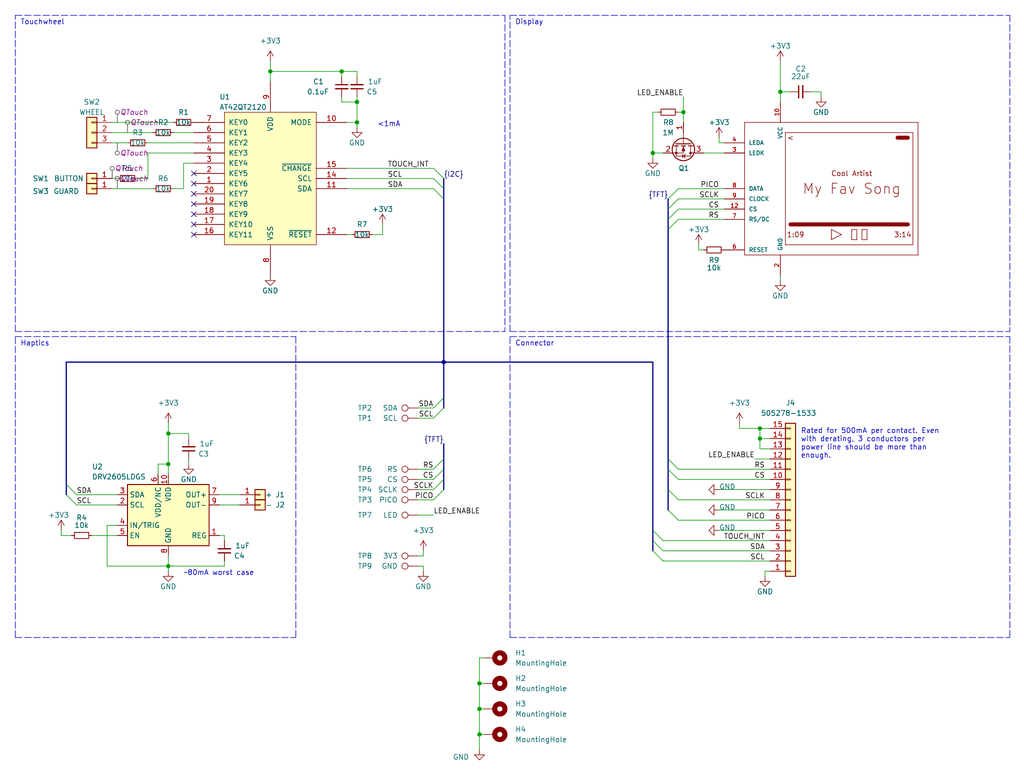
<source format=kicad_sch>
(kicad_sch (version 20231120) (generator "eeschema") (generator_version "8.0")
  (paper "User" 254.991 194.996)
  (title_block (title "TANGARA") (date "2023-12-21") (company "made by jacqueline") (comment 1 "SPDX-License-Identifier: CERN-OHL-S-2.0"))
  (lib_symbols
    (symbol "Connector:TestPoint" (pin_numbers hide) (pin_names (offset 0.762) hide)
      (property "Reference" "TP" (at 0 6.858 0))
      (property "Value" "TestPoint" (at 0 5.08 0))
      (symbol "TestPoint_0_1"
        (circle (center 0 3.302) (radius 0.762))
      )
      (symbol "TestPoint_1_1"
        (pin passive line (at 0 0 90) (length 2.54) (name "1") (number "1"))
      )
    )
    (symbol "Connector_Generic:Conn_01x01" (pin_names (offset 1.016) hide)
      (property "Reference" "J" (at 0 2.54 0))
      (property "Value" "Conn_01x01" (at 0 -2.54 0))
      (symbol "Conn_01x01_1_1"
        (rectangle (start -1.27 0.127) (end 0 -0.127) (stroke (width 0.1524)))
        (rectangle (start -1.27 1.27) (end 1.27 -1.27) (stroke (width 0.254)) (fill (type background)))
        (pin passive line (at -5.08 0 0) (length 3.81) (name "Pin_1") (number "1"))
      )
    )
    (symbol "Connector_Generic:Conn_01x03" (pin_names (offset 1.016) hide)
      (property "Reference" "J" (at 0 5.08 0))
      (property "Value" "Conn_01x03" (at 0 -5.08 0))
      (symbol "Conn_01x03_1_1"
        (rectangle (start -1.27 -2.413) (end 0 -2.667) (stroke (width 0.1524)))
        (rectangle (start -1.27 0.127) (end 0 -0.127) (stroke (width 0.1524)))
        (rectangle (start -1.27 2.667) (end 0 2.413) (stroke (width 0.1524)))
        (rectangle (start -1.27 3.81) (end 1.27 -3.81) (stroke (width 0.254)) (fill (type background)))
        (pin passive line (at -5.08 2.54 0) (length 3.81) (name "Pin_1") (number "1"))
        (pin passive line (at -5.08 0 0) (length 3.81) (name "Pin_2") (number "2"))
        (pin passive line (at -5.08 -2.54 0) (length 3.81) (name "Pin_3") (number "3"))
      )
    )
    (symbol "Connector_Generic:Conn_01x15" (pin_names (offset 1.016) hide)
      (property "Reference" "J" (at 0 20.32 0))
      (property "Value" "Conn_01x15" (at 0 -20.32 0))
      (symbol "Conn_01x15_1_1"
        (rectangle (start -1.27 -17.653) (end 0 -17.907) (stroke (width 0.1524)))
        (rectangle (start -1.27 -15.113) (end 0 -15.367) (stroke (width 0.1524)))
        (rectangle (start -1.27 -12.573) (end 0 -12.827) (stroke (width 0.1524)))
        (rectangle (start -1.27 -10.033) (end 0 -10.287) (stroke (width 0.1524)))
        (rectangle (start -1.27 -7.493) (end 0 -7.747) (stroke (width 0.1524)))
        (rectangle (start -1.27 -4.953) (end 0 -5.207) (stroke (width 0.1524)))
        (rectangle (start -1.27 -2.413) (end 0 -2.667) (stroke (width 0.1524)))
        (rectangle (start -1.27 0.127) (end 0 -0.127) (stroke (width 0.1524)))
        (rectangle (start -1.27 2.667) (end 0 2.413) (stroke (width 0.1524)))
        (rectangle (start -1.27 5.207) (end 0 4.953) (stroke (width 0.1524)))
        (rectangle (start -1.27 7.747) (end 0 7.493) (stroke (width 0.1524)))
        (rectangle (start -1.27 10.287) (end 0 10.033) (stroke (width 0.1524)))
        (rectangle (start -1.27 12.827) (end 0 12.573) (stroke (width 0.1524)))
        (rectangle (start -1.27 15.367) (end 0 15.113) (stroke (width 0.1524)))
        (rectangle (start -1.27 17.907) (end 0 17.653) (stroke (width 0.1524)))
        (rectangle (start -1.27 19.05) (end 1.27 -19.05) (stroke (width 0.254)) (fill (type background)))
        (pin passive line (at -5.08 17.78 0) (length 3.81) (name "Pin_1") (number "1"))
        (pin passive line (at -5.08 -5.08 0) (length 3.81) (name "Pin_10") (number "10"))
        (pin passive line (at -5.08 -7.62 0) (length 3.81) (name "Pin_11") (number "11"))
        (pin passive line (at -5.08 -10.16 0) (length 3.81) (name "Pin_12") (number "12"))
        (pin passive line (at -5.08 -12.7 0) (length 3.81) (name "Pin_13") (number "13"))
        (pin passive line (at -5.08 -15.24 0) (length 3.81) (name "Pin_14") (number "14"))
        (pin passive line (at -5.08 -17.78 0) (length 3.81) (name "Pin_15") (number "15"))
        (pin passive line (at -5.08 15.24 0) (length 3.81) (name "Pin_2") (number "2"))
        (pin passive line (at -5.08 12.7 0) (length 3.81) (name "Pin_3") (number "3"))
        (pin passive line (at -5.08 10.16 0) (length 3.81) (name "Pin_4") (number "4"))
        (pin passive line (at -5.08 7.62 0) (length 3.81) (name "Pin_5") (number "5"))
        (pin passive line (at -5.08 5.08 0) (length 3.81) (name "Pin_6") (number "6"))
        (pin passive line (at -5.08 2.54 0) (length 3.81) (name "Pin_7") (number "7"))
        (pin passive line (at -5.08 0 0) (length 3.81) (name "Pin_8") (number "8"))
        (pin passive line (at -5.08 -2.54 0) (length 3.81) (name "Pin_9") (number "9"))
      )
    )
    (symbol "Device:C_Small" (pin_numbers hide) (pin_names (offset 0.254) hide)
      (property "Reference" "C" (at 0.254 1.778 0))
      (property "Value" "C_Small" (at 0.254 -2.032 0))
      (symbol "C_Small_0_1"
        (polyline (pts (xy -1.524 -0.508) (xy 1.524 -0.508)) (stroke (width 0.3302)))
        (polyline (pts (xy -1.524 0.508) (xy 1.524 0.508)) (stroke (width 0.3048)))
      )
      (symbol "C_Small_1_1"
        (pin passive line (at 0 2.54 270) (length 2.032) (name "~") (number "1"))
        (pin passive line (at 0 -2.54 90) (length 2.032) (name "~") (number "2"))
      )
    )
    (symbol "Device:Q_NMOS_GSD" (pin_names (offset 0) hide)
      (property "Reference" "Q" (at 5.08 1.27 0))
      (property "Value" "Q_NMOS_GSD" (at 5.08 -1.27 0))
      (symbol "Q_NMOS_GSD_0_1"
        (polyline (pts (xy 0.254 0) (xy -2.54 0)))
        (polyline (pts (xy 0.254 1.905) (xy 0.254 -1.905)) (stroke (width 0.254)))
        (polyline (pts (xy 0.762 -1.27) (xy 0.762 -2.286)) (stroke (width 0.254)))
        (polyline (pts (xy 0.762 0.508) (xy 0.762 -0.508)) (stroke (width 0.254)))
        (polyline (pts (xy 0.762 2.286) (xy 0.762 1.27)) (stroke (width 0.254)))
        (polyline (pts (xy 2.54 2.54) (xy 2.54 1.778)))
        (polyline (pts (xy 2.54 -2.54) (xy 2.54 0) (xy 0.762 0)))
        (polyline (pts (xy 0.762 -1.778) (xy 3.302 -1.778) (xy 3.302 1.778) (xy 0.762 1.778)))
        (polyline (pts (xy 1.016 0) (xy 2.032 0.381) (xy 2.032 -0.381) (xy 1.016 0)) (fill (type outline)))
        (polyline (pts (xy 2.794 0.508) (xy 2.921 0.381) (xy 3.683 0.381) (xy 3.81 0.254)))
        (polyline (pts (xy 3.302 0.381) (xy 2.921 -0.254) (xy 3.683 -0.254) (xy 3.302 0.381)))
        (circle (center 1.651 0) (radius 2.794) (stroke (width 0.254)))
        (circle (center 2.54 -1.778) (radius 0.254) (fill (type outline)))
        (circle (center 2.54 1.778) (radius 0.254) (fill (type outline)))
      )
      (symbol "Q_NMOS_GSD_1_1"
        (pin input line (at -5.08 0 0) (length 2.54) (name "G") (number "1"))
        (pin passive line (at 2.54 -5.08 90) (length 2.54) (name "S") (number "2"))
        (pin passive line (at 2.54 5.08 270) (length 2.54) (name "D") (number "3"))
      )
    )
    (symbol "Device:R_Small" (pin_numbers hide) (pin_names (offset 0.254) hide)
      (property "Reference" "R" (at 0.762 0.508 0))
      (property "Value" "R_Small" (at 0.762 -1.016 0))
      (symbol "R_Small_0_1"
        (rectangle (start -0.762 1.778) (end 0.762 -1.778) (stroke (width 0.2032)))
      )
      (symbol "R_Small_1_1"
        (pin passive line (at 0 2.54 270) (length 0.762) (name "~") (number "1"))
        (pin passive line (at 0 -2.54 90) (length 0.762) (name "~") (number "2"))
      )
    )
    (symbol "Driver_Haptic:DRV2605LDGS"
      (property "Reference" "U" (at -10.16 8.255 0))
      (property "Value" "DRV2605LDGS" (at 2.54 -8.89 0))
      (symbol "DRV2605LDGS_0_1"
        (rectangle (start -10.16 7.62) (end 10.16 -7.62) (stroke (width 0.254)) (fill (type background)))
      )
      (symbol "DRV2605LDGS_1_1"
        (pin passive line (at 12.7 -5.08 180) (length 2.54) (name "REG") (number "1"))
        (pin power_in line (at 0 10.16 270) (length 2.54) (name "VDD") (number "10"))
        (pin input line (at -12.7 2.54 0) (length 2.54) (name "SCL") (number "2"))
        (pin bidirectional line (at -12.7 5.08 0) (length 2.54) (name "SDA") (number "3"))
        (pin input line (at -12.7 -2.54 0) (length 2.54) (name "IN/TRIG") (number "4"))
        (pin input line (at -12.7 -5.08 0) (length 2.54) (name "EN") (number "5"))
        (pin power_in line (at -2.54 10.16 270) (length 2.54) (name "VDD/NC") (number "6"))
        (pin output line (at 12.7 5.08 180) (length 2.54) (name "OUT+") (number "7"))
        (pin power_in line (at 0 -10.16 90) (length 2.54) (name "GND") (number "8"))
        (pin output line (at 12.7 2.54 180) (length 2.54) (name "OUT-") (number "9"))
      )
    )
    (symbol "Mechanical:MountingHole_Pad" (pin_numbers hide) (pin_names (offset 1.016) hide)
      (property "Reference" "H" (at 0 6.35 0))
      (property "Value" "MountingHole_Pad" (at 0 4.445 0))
      (symbol "MountingHole_Pad_0_1"
        (circle (center 0 1.27) (radius 1.27) (stroke (width 1.27)))
      )
      (symbol "MountingHole_Pad_1_1"
        (pin input line (at 0 -2.54 90) (length 2.54) (name "1") (number "1"))
      )
    )
    (symbol "faceplate-symbols:AT42QT2120" (pin_names (offset 1.016))
      (property "Reference" "U" (at 0 -2.54 0))
      (property "Value" "AT42QT2120" (at 0 2.54 0))
      (symbol "AT42QT2120_1_0"
        (rectangle (start -11.43 16.51) (end 11.43 -16.51) (fill (type background)))
      )
      (symbol "AT42QT2120_1_1"
        (pin bidirectional line (at -19.05 -1.27 0) (length 7.62) (name "KEY6") (number "1"))
        (pin input line (at 19.05 13.97 180) (length 7.62) (name "MODE") (number "10"))
        (pin tri_state line (at 19.05 -2.54 180) (length 7.62) (name "SDA") (number "11"))
        (pin input line (at 19.05 -13.97 180) (length 7.62) (name "~{RESET}") (number "12"))
        (pin no_connect line (at 7.62 -24.13 90) (length 7.62) hide (name "NC") (number "13"))
        (pin tri_state line (at 19.05 0 180) (length 7.62) (name "SCL") (number "14"))
        (pin tri_state line (at 19.05 2.54 180) (length 7.62) (name "~{CHANGE}") (number "15"))
        (pin bidirectional line (at -19.05 -13.97 0) (length 7.62) (name "KEY11") (number "16"))
        (pin bidirectional line (at -19.05 -11.43 0) (length 7.62) (name "KEY10") (number "17"))
        (pin bidirectional line (at -19.05 -8.89 0) (length 7.62) (name "KEY9") (number "18"))
        (pin bidirectional line (at -19.05 -6.35 0) (length 7.62) (name "KEY8") (number "19"))
        (pin bidirectional line (at -19.05 1.27 0) (length 7.62) (name "KEY5") (number "2"))
        (pin bidirectional line (at -19.05 -3.81 0) (length 7.62) (name "KEY7") (number "20"))
        (pin bidirectional line (at -19.05 3.81 0) (length 7.62) (name "KEY4") (number "3"))
        (pin bidirectional line (at -19.05 6.35 0) (length 7.62) (name "KEY3") (number "4"))
        (pin bidirectional line (at -19.05 8.89 0) (length 7.62) (name "KEY2") (number "5"))
        (pin bidirectional line (at -19.05 11.43 0) (length 7.62) (name "KEY1") (number "6"))
        (pin bidirectional line (at -19.05 13.97 0) (length 7.62) (name "KEY0") (number "7"))
        (pin power_in line (at 0 -24.13 90) (length 7.62) (name "VSS") (number "8"))
        (pin power_in line (at 0 24.13 270) (length 7.62) (name "VDD") (number "9"))
      )
    )
    (symbol "faceplate-symbols:JD-T1800" (pin_names (offset 1.016))
      (symbol "JD-T1800_0_1"
        (polyline (pts (xy 20.32 13.97) (xy 22.86 13.97)) (stroke (width 1)))
        (polyline (pts (xy 22.86 -7.62) (xy -6.35 -7.62)) (stroke (width 1)))
        (polyline (pts (xy 3.81 -8.89) (xy 3.81 -11.43) (xy 6.35 -10.16) (xy 3.81 -8.89)))
        (polyline (pts (xy 8.89 -8.89) (xy 8.89 -11.43) (xy 10.16 -11.43) (xy 10.16 -8.89) (xy 8.89 -8.89)))
        (polyline (pts (xy 11.43 -8.89) (xy 12.7 -8.89) (xy 12.7 -11.43) (xy 11.43 -11.43) (xy 11.43 -8.89)))
        (text "1:09" (at -5.08 -10.16 0) (effects (font (size 1.27 1.27))))
        (text "3:14" (at 21.59 -10.16 0) (effects (font (size 1.27 1.27))))
        (text "<" (at -6.35 13.97 0) (effects (font (size 1.27 1.27))))
        (text "Cool Artist" (at 8.89 5.08 0) (effects (font (size 1.27 1.27))))
        (text "My Fav Song" (at 8.89 1.27 0) (effects (font (size 2.54 2.54))))
      )
      (symbol "JD-T1800_1_0"
        (polyline (pts (xy -17.78 -15.24) (xy -17.78 17.78)))
        (polyline (pts (xy -17.78 17.78) (xy 25.4 17.78)))
        (polyline (pts (xy -7.62 -12.7) (xy -7.62 15.24)))
        (polyline (pts (xy -7.62 15.24) (xy 24.13 15.24)))
        (polyline (pts (xy 24.13 -12.7) (xy -7.62 -12.7)))
        (polyline (pts (xy 24.13 15.24) (xy 24.13 -12.7)))
        (polyline (pts (xy 25.4 -15.24) (xy -17.78 -15.24)))
        (polyline (pts (xy 25.4 17.78) (xy 25.4 -15.24)))
      )
      (symbol "JD-T1800_1_1"
        (pin power_in line (at -8.89 22.86 270) (length 5.08) (name "VCC") (number "10"))
        (pin power_in line (at -8.89 22.86 270) (length 5.08) hide (name "VCC2") (number "11"))
        (pin input line (at -22.86 -3.81 0) (length 5.08) (name "CS") (number "12"))
        (pin power_in line (at -8.89 -20.32 90) (length 5.08) hide (name "GND2") (number "13"))
        (pin power_in line (at -8.89 -20.32 90) (length 5.08) (name "GND") (number "2"))
        (pin input line (at -22.86 10.16 0) (length 5.08) (name "LEDK") (number "3"))
        (pin input line (at -22.86 12.7 0) (length 5.08) (name "LEDA") (number "4"))
        (pin power_in line (at -8.89 -20.32 90) (length 5.08) hide (name "GND1") (number "5"))
        (pin input line (at -22.86 -13.97 0) (length 5.08) (name "RESET") (number "6"))
        (pin input line (at -22.86 -6.35 0) (length 5.08) (name "RS/DC") (number "7"))
        (pin bidirectional line (at -22.86 1.27 0) (length 5.08) (name "DATA") (number "8"))
        (pin input line (at -22.86 -1.27 0) (length 5.08) (name "CLOCK") (number "9"))
      )
    )
    (symbol "power:+3V3" (power) (pin_names (offset 0))
      (property "Value" "+3V3" (at 0 3.556 0))
      (symbol "+3V3_0_1"
        (polyline (pts (xy -0.762 1.27) (xy 0 2.54)))
        (polyline (pts (xy 0 0) (xy 0 2.54)))
        (polyline (pts (xy 0 2.54) (xy 0.762 1.27)))
      )
      (symbol "+3V3_1_1"
        (pin power_in line (at 0 0 90) (length 0) hide (name "+3V3") (number "1"))
      )
    )
    (symbol "power:GND" (power) (pin_names (offset 0))
      (property "Value" "GND" (at 0 -3.81 0))
      (symbol "GND_0_1"
        (polyline (pts (xy 0 0) (xy 0 -1.27) (xy 1.27 -1.27) (xy 0 -2.54) (xy -1.27 -1.27) (xy 0 -1.27)))
      )
      (symbol "GND_1_1"
        (pin power_in line (at 0 0 270) (length 0) hide (name "GND") (number "1"))
      )
    )
  )
  (bus_alias "I2C" (members "SDA" "SCL" "TOUCH_INT"))
  (bus_alias "TFT" (members "PICO" "SCLK" "CS" "RESET" "RS"))
  (junction (at 67.31 17.78))
  (junction (at 119.38 182.88))
  (junction (at 41.91 140.97))
  (junction (at 88.9 30.48))
  (junction (at 162.56 38.1))
  (junction (at 41.91 107.95))
  (junction (at 88.9 25.4))
  (junction (at 110.49 90.17))
  (junction (at 119.38 176.53))
  (junction (at 170.18 27.94))
  (junction (at 194.31 22.86))
  (junction (at 119.38 170.18))
  (junction (at 189.23 109.22))
  (junction (at 85.09 17.78))
  (junction (at 41.91 115.57))
  (junction (at 189.23 106.68))
  (no_connect (at 48.26 43.18))
  (no_connect (at 48.26 45.72))
  (no_connect (at 48.26 48.26))
  (no_connect (at 48.26 50.8))
  (no_connect (at 48.26 53.34))
  (no_connect (at 48.26 55.88))
  (no_connect (at 48.26 58.42))
  (bus_entry (at 166.37 49.53) (size 2.54 -2.54))
  (bus_entry (at 166.37 127) (size 2.54 2.54))
  (bus_entry (at 166.37 116.84) (size 2.54 2.54))
  (bus_entry (at 162.56 137.16) (size 2.54 2.54))
  (bus_entry (at 166.37 114.3) (size 2.54 2.54))
  (bus_entry (at 166.37 121.92) (size 2.54 2.54))
  (bus_entry (at 166.37 57.15) (size 2.54 -2.54))
  (bus_entry (at 16.51 120.65) (size 2.54 2.54))
  (bus_entry (at 110.49 119.38) (size -2.54 2.54))
  (bus_entry (at 110.49 44.45) (size -2.54 -2.54))
  (bus_entry (at 162.56 132.08) (size 2.54 2.54))
  (bus_entry (at 110.49 101.6) (size -2.54 2.54))
  (bus_entry (at 110.49 116.84) (size -2.54 2.54))
  (bus_entry (at 110.49 46.99) (size -2.54 -2.54))
  (bus_entry (at 110.49 99.06) (size -2.54 2.54))
  (bus_entry (at 166.37 54.61) (size 2.54 -2.54))
  (bus_entry (at 16.51 123.19) (size 2.54 2.54))
  (bus_entry (at 166.37 52.07) (size 2.54 -2.54))
  (bus_entry (at 110.49 121.92) (size -2.54 2.54))
  (bus_entry (at 110.49 49.53) (size -2.54 -2.54))
  (bus_entry (at 162.56 134.62) (size 2.54 2.54))
  (bus_entry (at 110.49 114.3) (size -2.54 2.54))
  (wire (pts (xy 189.23 106.68) (xy 191.77 106.68)))
  (bus (pts (xy 110.49 46.99) (xy 110.49 49.53)))
  (wire (pts (xy 104.14 119.38) (xy 107.95 119.38)))
  (wire (pts (xy 39.37 118.11) (xy 39.37 115.57)))
  (wire (pts (xy 88.9 30.48) (xy 88.9 31.75)))
  (wire (pts (xy 19.05 123.19) (xy 29.21 123.19)))
  (wire (pts (xy 48.26 38.1) (xy 36.83 38.1)))
  (bus (pts (xy 110.49 49.53) (xy 110.49 90.17)))
  (wire (pts (xy 104.14 116.84) (xy 107.95 116.84)))
  (wire (pts (xy 54.61 133.35) (xy 55.88 133.35)))
  (wire (pts (xy 41.91 107.95) (xy 46.99 107.95)))
  (wire (pts (xy 41.91 105.41) (xy 41.91 107.95)))
  (wire (pts (xy 168.91 116.84) (xy 191.77 116.84)))
  (polyline (pts (xy 3.81 83.82) (xy 73.66 83.82)) (stroke (width 0) (type dash)))
  (wire (pts (xy 165.1 134.62) (xy 191.77 134.62)))
  (polyline (pts (xy 127 82.55) (xy 127 3.81)) (stroke (width 0) (type dash)))
  (wire (pts (xy 119.38 182.88) (xy 120.65 182.88)))
  (wire (pts (xy 184.15 105.41) (xy 184.15 106.68)))
  (polyline (pts (xy 127 83.82) (xy 251.46 83.82)) (stroke (width 0) (type dash)))
  (wire (pts (xy 67.31 17.78) (xy 85.09 17.78)))
  (wire (pts (xy 46.99 107.95) (xy 46.99 109.22)))
  (wire (pts (xy 88.9 25.4) (xy 85.09 25.4)))
  (wire (pts (xy 191.77 111.76) (xy 189.23 111.76)))
  (wire (pts (xy 26.67 130.81) (xy 26.67 140.97)))
  (wire (pts (xy 22.86 133.35) (xy 29.21 133.35)))
  (wire (pts (xy 85.09 19.05) (xy 85.09 17.78)))
  (wire (pts (xy 85.09 25.4) (xy 85.09 24.13)))
  (wire (pts (xy 48.26 40.64) (xy 45.72 40.64)))
  (bus (pts (xy 110.49 90.17) (xy 162.56 90.17)))
  (wire (pts (xy 15.24 133.35) (xy 17.78 133.35)))
  (wire (pts (xy 194.31 22.86) (xy 196.85 22.86)))
  (bus (pts (xy 166.37 49.53) (xy 166.37 52.07)))
  (bus (pts (xy 110.49 116.84) (xy 110.49 119.38)))
  (wire (pts (xy 168.91 54.61) (xy 180.34 54.61)))
  (wire (pts (xy 162.56 39.37) (xy 162.56 38.1)))
  (polyline (pts (xy 127 158.75) (xy 127 83.82)) (stroke (width 0) (type dash)))
  (polyline (pts (xy 3.81 3.81) (xy 125.73 3.81)) (stroke (width 0) (type dash)))
  (wire (pts (xy 179.07 34.29) (xy 179.07 35.56)))
  (polyline (pts (xy 127 158.75) (xy 251.46 158.75)) (stroke (width 0) (type dash)))
  (bus (pts (xy 110.49 99.06) (xy 110.49 101.6)))
  (polyline (pts (xy 251.46 83.82) (xy 251.46 158.75)) (stroke (width 0) (type dash)))
  (wire (pts (xy 162.56 27.94) (xy 162.56 38.1)))
  (wire (pts (xy 165.1 137.16) (xy 191.77 137.16)))
  (wire (pts (xy 168.91 119.38) (xy 191.77 119.38)))
  (polyline (pts (xy 3.81 158.75) (xy 73.66 158.75)) (stroke (width 0) (type dash)))
  (wire (pts (xy 175.26 38.1) (xy 180.34 38.1)))
  (wire (pts (xy 95.25 55.88) (xy 95.25 58.42)))
  (wire (pts (xy 104.14 121.92) (xy 107.95 121.92)))
  (wire (pts (xy 19.05 125.73) (xy 29.21 125.73)))
  (wire (pts (xy 43.18 33.02) (xy 48.26 33.02)))
  (wire (pts (xy 104.14 104.14) (xy 107.95 104.14)))
  (polyline (pts (xy 125.73 3.81) (xy 125.73 82.55)) (stroke (width 0) (type dash)))
  (wire (pts (xy 119.38 163.83) (xy 120.65 163.83)))
  (wire (pts (xy 163.83 27.94) (xy 162.56 27.94)))
  (wire (pts (xy 55.88 140.97) (xy 55.88 139.7)))
  (wire (pts (xy 41.91 140.97) (xy 41.91 142.24)))
  (wire (pts (xy 168.91 129.54) (xy 191.77 129.54)))
  (polyline (pts (xy 251.46 3.81) (xy 251.46 82.55)) (stroke (width 0) (type dash)))
  (wire (pts (xy 104.14 128.27) (xy 107.95 128.27)))
  (polyline (pts (xy 127 82.55) (xy 251.46 82.55)) (stroke (width 0) (type dash)))
  (wire (pts (xy 204.47 22.86) (xy 204.47 24.13)))
  (wire (pts (xy 88.9 25.4) (xy 88.9 30.48)))
  (wire (pts (xy 105.41 137.16) (xy 105.41 138.43)))
  (wire (pts (xy 26.67 140.97) (xy 41.91 140.97)))
  (wire (pts (xy 88.9 24.13) (xy 88.9 25.4)))
  (wire (pts (xy 27.94 33.02) (xy 38.1 33.02)))
  (wire (pts (xy 104.14 101.6) (xy 107.95 101.6)))
  (wire (pts (xy 194.31 69.85) (xy 194.31 68.58)))
  (wire (pts (xy 86.36 44.45) (xy 107.95 44.45)))
  (wire (pts (xy 165.1 139.7) (xy 191.77 139.7)))
  (bus (pts (xy 16.51 120.65) (xy 16.51 123.19)))
  (polyline (pts (xy 3.81 82.55) (xy 3.81 3.81)) (stroke (width 0) (type dash)))
  (wire (pts (xy 168.91 124.46) (xy 191.77 124.46)))
  (bus (pts (xy 16.51 90.17) (xy 16.51 120.65)))
  (wire (pts (xy 201.93 22.86) (xy 204.47 22.86)))
  (wire (pts (xy 105.41 138.43) (xy 104.14 138.43)))
  (wire (pts (xy 173.99 62.23) (xy 173.99 60.96)))
  (wire (pts (xy 119.38 186.69) (xy 119.38 182.88)))
  (wire (pts (xy 105.41 140.97) (xy 105.41 142.24)))
  (bus (pts (xy 162.56 134.62) (xy 162.56 137.16)))
  (wire (pts (xy 119.38 170.18) (xy 120.65 170.18)))
  (wire (pts (xy 36.83 35.56) (xy 48.26 35.56)))
  (wire (pts (xy 104.14 124.46) (xy 107.95 124.46)))
  (bus (pts (xy 166.37 116.84) (xy 166.37 121.92)))
  (wire (pts (xy 27.94 46.99) (xy 38.1 46.99)))
  (bus (pts (xy 166.37 54.61) (xy 166.37 57.15)))
  (wire (pts (xy 179.07 35.56) (xy 180.34 35.56)))
  (wire (pts (xy 189.23 111.76) (xy 189.23 109.22)))
  (wire (pts (xy 168.91 27.94) (xy 170.18 27.94)))
  (bus (pts (xy 110.49 119.38) (xy 110.49 121.92)))
  (wire (pts (xy 119.38 182.88) (xy 119.38 176.53)))
  (bus (pts (xy 16.51 90.17) (xy 110.49 90.17)))
  (wire (pts (xy 88.9 19.05) (xy 88.9 17.78)))
  (wire (pts (xy 55.88 133.35) (xy 55.88 134.62)))
  (wire (pts (xy 46.99 115.57) (xy 46.99 114.3)))
  (wire (pts (xy 67.31 17.78) (xy 67.31 20.32)))
  (wire (pts (xy 119.38 170.18) (xy 119.38 163.83)))
  (wire (pts (xy 179.07 132.08) (xy 191.77 132.08)))
  (bus (pts (xy 166.37 57.15) (xy 166.37 114.3)))
  (wire (pts (xy 119.38 176.53) (xy 119.38 170.18)))
  (wire (pts (xy 190.5 143.51) (xy 190.5 142.24)))
  (wire (pts (xy 168.91 46.99) (xy 180.34 46.99)))
  (bus (pts (xy 110.49 44.45) (xy 110.49 46.99)))
  (wire (pts (xy 184.15 106.68) (xy 189.23 106.68)))
  (wire (pts (xy 86.36 46.99) (xy 107.95 46.99)))
  (wire (pts (xy 170.18 27.94) (xy 170.18 30.48)))
  (wire (pts (xy 29.21 130.81) (xy 26.67 130.81)))
  (wire (pts (xy 179.07 121.92) (xy 191.77 121.92)))
  (polyline (pts (xy 3.81 82.55) (xy 125.73 82.55)) (stroke (width 0) (type dash)))
  (bus (pts (xy 110.49 90.17) (xy 110.49 99.06)))
  (wire (pts (xy 41.91 107.95) (xy 41.91 115.57)))
  (wire (pts (xy 189.23 109.22) (xy 189.23 106.68)))
  (wire (pts (xy 36.83 44.45) (xy 34.29 44.45)))
  (polyline (pts (xy 3.81 158.75) (xy 3.81 83.82)) (stroke (width 0) (type dash)))
  (wire (pts (xy 54.61 125.73) (xy 59.69 125.73)))
  (bus (pts (xy 166.37 114.3) (xy 166.37 116.84)))
  (wire (pts (xy 170.18 24.13) (xy 170.18 27.94)))
  (wire (pts (xy 86.36 41.91) (xy 107.95 41.91)))
  (wire (pts (xy 168.91 49.53) (xy 180.34 49.53)))
  (bus (pts (xy 162.56 132.08) (xy 162.56 134.62)))
  (wire (pts (xy 173.99 62.23) (xy 175.26 62.23)))
  (wire (pts (xy 104.14 140.97) (xy 105.41 140.97)))
  (polyline (pts (xy 127 3.81) (xy 251.46 3.81)) (stroke (width 0) (type dash)))
  (polyline (pts (xy 73.66 83.82) (xy 73.66 158.75)) (stroke (width 0) (type dash)))
  (wire (pts (xy 119.38 176.53) (xy 120.65 176.53)))
  (bus (pts (xy 110.49 110.49) (xy 110.49 114.3)))
  (wire (pts (xy 36.83 38.1) (xy 36.83 44.45)))
  (wire (pts (xy 87.63 58.42) (xy 86.36 58.42)))
  (wire (pts (xy 194.31 22.86) (xy 194.31 25.4)))
  (wire (pts (xy 39.37 115.57) (xy 41.91 115.57)))
  (wire (pts (xy 41.91 138.43) (xy 41.91 140.97)))
  (wire (pts (xy 67.31 15.24) (xy 67.31 17.78)))
  (wire (pts (xy 27.94 35.56) (xy 31.75 35.56)))
  (bus (pts (xy 166.37 121.92) (xy 166.37 127)))
  (bus (pts (xy 162.56 90.17) (xy 162.56 132.08)))
  (wire (pts (xy 86.36 30.48) (xy 88.9 30.48)))
  (wire (pts (xy 41.91 115.57) (xy 41.91 118.11)))
  (wire (pts (xy 95.25 58.42) (xy 92.71 58.42)))
  (bus (pts (xy 166.37 52.07) (xy 166.37 54.61)))
  (wire (pts (xy 168.91 52.07) (xy 180.34 52.07)))
  (wire (pts (xy 15.24 132.08) (xy 15.24 133.35)))
  (wire (pts (xy 187.96 114.3) (xy 191.77 114.3)))
  (wire (pts (xy 191.77 109.22) (xy 189.23 109.22)))
  (wire (pts (xy 45.72 46.99) (xy 43.18 46.99)))
  (wire (pts (xy 54.61 123.19) (xy 59.69 123.19)))
  (wire (pts (xy 45.72 40.64) (xy 45.72 46.99)))
  (wire (pts (xy 179.07 127) (xy 191.77 127)))
  (bus (pts (xy 110.49 114.3) (xy 110.49 116.84)))
  (wire (pts (xy 162.56 38.1) (xy 165.1 38.1)))
  (wire (pts (xy 55.88 140.97) (xy 41.91 140.97)))
  (wire (pts (xy 190.5 142.24) (xy 191.77 142.24)))
  (wire (pts (xy 27.94 44.45) (xy 29.21 44.45)))
  (wire (pts (xy 88.9 17.78) (xy 85.09 17.78)))
  (wire (pts (xy 27.94 30.48) (xy 43.18 30.48)))
  (wire (pts (xy 194.31 15.24) (xy 194.31 22.86)))
  (text "Haptics" (at 5.08 86.36 0) (effects (font (size 1.27 1.27)) (justify left bottom)))
  (text "Touchwheel" (at 5.08 6.35 0) (effects (font (size 1.27 1.27)) (justify left bottom)))
  (text "~80mA worst case" (at 45.72 143.51 0) (effects (font (size 1.27 1.27)) (justify left bottom)))
  (text "Connector" (at 128.27 86.36 0) (effects (font (size 1.27 1.27)) (justify left bottom)))
  (text "Display" (at 128.27 6.35 0) (effects (font (size 1.27 1.27)) (justify left bottom)))
  (text "Rated for 500mA per contact. Even\nwith derating, 3 conductors per\npower line should be more than\nenough." (at 199.39 114.3 0) (effects (font (size 1.27 1.27)) (justify left bottom)))
  (text "<1mA" (at 93.98 31.75 0) (effects (font (size 1.27 1.27)) (justify left bottom)))
  (label "SCLK" (at 107.95 121.92 180))
  (label "SCLK" (at 190.5 124.46 180))
  (label "TOUCH_INT" (at 96.52 41.91 0))
  (label "CS" (at 190.5 119.38 180))
  (label "SCL" (at 19.05 125.73 0))
  (label "SDA" (at 107.95 101.6 180))
  (label "SDA" (at 96.52 46.99 0))
  (label "SCL" (at 96.52 44.45 0))
  (label "SCL" (at 190.5 139.7 180))
  (label "CS" (at 107.95 119.38 180))
  (label "PICO" (at 107.95 124.46 180))
  (label "SDA" (at 190.5 137.16 180))
  (label "PICO" (at 190.5 129.54 180))
  (label "CS" (at 179.07 52.07 180))
  (label "{TFT}" (at 166.37 49.53 180))
  (label "{TFT}" (at 110.49 110.49 180))
  (label "SCL" (at 107.95 104.14 180))
  (label "LED_ENABLE" (at 187.96 114.3 180))
  (label "TOUCH_INT" (at 190.5 134.62 180))
  (label "RS" (at 179.07 54.61 180))
  (label "RS" (at 190.5 116.84 180))
  (label "LED_ENABLE" (at 107.95 128.27 0))
  (label "RS" (at 107.95 116.84 180))
  (label "LED_ENABLE" (at 170.18 24.13 180))
  (label "{I2C}" (at 110.49 44.45 0))
  (label "SDA" (at 19.05 123.19 0))
  (label "PICO" (at 179.07 46.99 180))
  (label "SCLK" (at 179.07 49.53 180))
  (netclass_flag "" (length 2.54) (shape round) (at 31.75 33.02 0) (property "Netclass" "QTouch" (at 32.4485 30.48 0) (effects (font (italic yes)) (justify left))))
  (netclass_flag "" (length 2.54) (shape round) (at 29.21 30.48 0) (property "Netclass" "QTouch" (at 29.9085 27.94 0) (effects (font (italic yes)) (justify left))))
  (netclass_flag "" (length 2.54) (shape round) (at 29.21 46.99 0) (property "Netclass" "QTouch" (at 29.9085 44.45 0) (effects (font (italic yes)) (justify left))))
  (netclass_flag "" (length 2.54) (shape round) (at 27.94 44.45 0) (property "Netclass" "QTouch" (at 28.6385 41.91 0) (effects (font (italic yes)) (justify left))))
  (netclass_flag "" (length 2.54) (shape round) (at 29.21 35.56 180) (property "Netclass" "QTouch" (at 29.9085 38.1 0) (effects (font (italic yes)) (justify left))))
  (symbol (lib_id "power:GND") (at 41.91 142.24 0) (unit 1)
    (property "Reference" "#PWR0108" (effects (hide yes)))
    (property "Value" "GND" (at 41.91 146.05 0))
  )
  (symbol (lib_id "Connector:TestPoint") (at 104.14 101.6 90) (unit 1)
    (property "Reference" "TP2" (at 92.71 101.6 90) (effects (justify left)))
    (property "Value" "SDA" (at 99.06 101.6 90) (effects (justify left)))
    (property "Footprint" "TestPoint:TestPoint_Pad_D1.0mm" (effects (hide yes)))
  )
  (symbol (lib_id "power:GND") (at 88.9 31.75 0) (unit 1)
    (property "Reference" "#PWR02" (effects (hide yes)))
    (property "Value" "GND" (at 88.9 35.56 0))
  )
  (symbol (lib_id "power:+3V3") (at 67.31 15.24 0) (unit 1)
    (property "Reference" "#PWR01" (effects (hide yes)))
    (property "Value" "+3V3" (at 67.31 10.16 0))
  )
  (symbol (lib_id "Driver_Haptic:DRV2605LDGS") (at 41.91 128.27 0) (unit 1)
    (property "Reference" "U2" (at 22.86 116.205 0) (effects (justify left)))
    (property "Value" "DRV2605LDGS" (at 22.86 118.745 0) (effects (justify left)))
    (property "Footprint" "Package_SO:VSSOP-10_3x3mm_P0.5mm" (effects (hide yes)))
    (property "Datasheet" "http://www.ti.com/lit/ds/symlink/drv2605l.pdf" (effects (hide yes)))
    (property "MPN" "DRV2605LDGST" (effects (hide yes)))
  )
  (symbol (lib_id "power:GND") (at 204.47 24.13 0) (unit 1)
    (property "Reference" "#PWR07" (effects (hide yes)))
    (property "Value" "GND" (at 204.47 27.94 0))
  )
  (symbol (lib_id "Device:R_Small") (at 34.29 35.56 90) (unit 1)
    (property "Reference" "R3" (at 34.29 33.02 90))
    (property "Value" "10k" (at 34.29 35.56 90))
    (property "Footprint" "Resistor_SMD:R_0603_1608Metric" (effects (hide yes)))
    (property "MPN" "AC0603JR-0710KL" (effects (hide yes)))
  )
  (symbol (lib_id "Device:R_Small") (at 40.64 46.99 90) (unit 1)
    (property "Reference" "R6" (at 40.64 44.45 90))
    (property "Value" "10k" (at 40.64 46.99 90))
    (property "Footprint" "Resistor_SMD:R_0603_1608Metric" (effects (hide yes)))
    (property "MPN" "AC0603JR-0710KL" (effects (hide yes)))
  )
  (symbol (lib_id "Mechanical:MountingHole_Pad") (at 123.19 182.88 270) (unit 1)
    (property "Reference" "H4" (at 128.27 181.61 90) (effects (justify left)))
    (property "Value" "MountingHole" (at 128.27 184.15 90) (effects (justify left)))
    (property "Footprint" "MountingHole:MountingHole_2.2mm_M2_Pad_Via" (effects (hide yes)))
  )
  (symbol (lib_id "Mechanical:MountingHole_Pad") (at 123.19 176.53 270) (unit 1)
    (property "Reference" "H3" (at 128.27 175.26 90) (effects (justify left)))
    (property "Value" "MountingHole" (at 128.27 177.8 90) (effects (justify left)))
    (property "Footprint" "MountingHole:MountingHole_2.2mm_M2_Pad_Via" (effects (hide yes)))
  )
  (symbol (lib_id "Connector_Generic:Conn_01x03") (at 22.86 33.02 0) (mirror y) (unit 1)
    (property "Reference" "SW2" (at 22.86 25.4 0))
    (property "Value" "WHEEL" (at 22.86 27.94 0))
    (property "Footprint" "faceplate-footprints:qtouch-wheel" (effects (hide yes)))
  )
  (symbol (lib_id "power:GND") (at 190.5 143.51 0) (unit 1)
    (property "Reference" "#PWR0102" (effects (hide yes)))
    (property "Value" "GND" (at 190.5 147.32 0))
  )
  (symbol (lib_id "Connector:TestPoint") (at 104.14 121.92 90) (unit 1)
    (property "Reference" "TP4" (at 92.71 121.92 90) (effects (justify left)))
    (property "Value" "SCLK" (at 99.06 121.92 90) (effects (justify left)))
    (property "Footprint" "TestPoint:TestPoint_Pad_D1.0mm" (effects (hide yes)))
  )
  (symbol (lib_id "Device:C_Small") (at 46.99 111.76 180) (unit 1)
    (property "Reference" "C3" (at 52.07 113.03 0) (effects (justify left)))
    (property "Value" "1uF" (at 53.34 110.49 0) (effects (justify left)))
    (property "Footprint" "Capacitor_SMD:C_0805_2012Metric" (effects (hide yes)))
    (property "MPN" "GRM216R61C105KA88D" (effects (hide yes)))
  )
  (symbol (lib_id "power:GND") (at 162.56 39.37 0) (unit 1)
    (property "Reference" "#PWR09" (effects (hide yes)))
    (property "Value" "GND" (at 162.56 43.18 0))
  )
  (symbol (lib_id "Device:R_Small") (at 20.32 133.35 90) (unit 1)
    (property "Reference" "R4" (at 20.32 128.905 90))
    (property "Value" "10k" (at 20.32 130.81 90))
    (property "Footprint" "Resistor_SMD:R_0603_1608Metric" (effects (hide yes)))
    (property "MPN" "AC0603JR-0710KL" (effects (hide yes)))
  )
  (symbol (lib_id "Connector:TestPoint") (at 104.14 116.84 90) (unit 1)
    (property "Reference" "TP6" (at 92.71 116.84 90) (effects (justify left)))
    (property "Value" "RS" (at 99.06 116.84 90) (effects (justify left)))
    (property "Footprint" "TestPoint:TestPoint_Pad_D1.0mm" (effects (hide yes)))
  )
  (symbol (lib_id "power:GND") (at 46.99 115.57 0) (unit 1)
    (property "Reference" "#PWR0106" (effects (hide yes)))
    (property "Value" "GND" (at 46.99 119.38 0))
  )
  (symbol (lib_id "Connector_Generic:Conn_01x01") (at 64.77 123.19 0) (mirror x) (unit 1)
    (property "Reference" "J1" (at 68.58 123.19 0) (effects (justify left)))
    (property "Value" "+" (at 66.04 123.19 0) (effects (justify left)))
    (property "Footprint" "TestPoint:TestPoint_Pad_D1.5mm" (effects (hide yes)))
  )
  (symbol (lib_id "Device:R_Small") (at 166.37 27.94 270) (unit 1)
    (property "Reference" "R8" (at 165.1 30.48 90) (effects (justify left)))
    (property "Value" "1M" (at 166.37 33.02 90))
    (property "Footprint" "Resistor_SMD:R_0603_1608Metric" (effects (hide yes)))
    (property "MPN" "AC0603FR-131ML" (effects (hide yes)))
  )
  (symbol (lib_id "Device:C_Small") (at 88.9 21.59 180) (unit 1)
    (property "Reference" "C5" (at 93.98 22.86 0) (effects (justify left)))
    (property "Value" "1uF" (at 95.25 20.32 0) (effects (justify left)))
    (property "Footprint" "Capacitor_SMD:C_0805_2012Metric" (effects (hide yes)))
    (property "MPN" "GRM216R61C105KA88D" (effects (hide yes)))
  )
  (symbol (lib_id "Device:C_Small") (at 199.39 22.86 90) (unit 1)
    (property "Reference" "C2" (at 199.39 17.145 90))
    (property "Value" "22uF" (at 199.39 19.05 90))
    (property "Footprint" "Capacitor_SMD:C_1206_3216Metric" (effects (hide yes)))
    (property "MPN" "GRM319R61C226KE15D" (effects (hide yes)))
  )
  (symbol (lib_id "power:+3V3") (at 179.07 34.29 0) (unit 1)
    (property "Reference" "#PWR08" (effects (hide yes)))
    (property "Value" "+3V3" (at 179.07 30.48 0))
  )
  (symbol (lib_id "Connector_Generic:Conn_01x01") (at 22.86 46.99 180) (unit 1)
    (property "Reference" "SW3" (at 10.16 47.625 0))
    (property "Value" "GUARD" (at 16.51 47.625 0))
    (property "Footprint" "faceplate-footprints:qtouch-guard" (effects (hide yes)))
  )
  (symbol (lib_id "power:+3V3") (at 105.41 137.16 0) (unit 1)
    (property "Reference" "#PWR013" (effects (hide yes)))
    (property "Value" "+3V3" (at 105.41 132.08 0))
  )
  (symbol (lib_id "Device:Q_NMOS_GSD") (at 170.18 35.56 270) (unit 1)
    (property "Reference" "Q1" (at 168.91 41.91 90) (effects (justify left)))
    (property "Value" "PJC138K" (effects (hide yes)))
    (property "Footprint" "Package_TO_SOT_SMD:SOT-323_SC-70" (effects (hide yes)))
    (property "MPN" "PJC138K_R1_00001" (effects (hide yes)))
  )
  (symbol (lib_id "power:GND") (at 105.41 142.24 0) (unit 1)
    (property "Reference" "#PWR012" (effects (hide yes)))
    (property "Value" "GND" (at 105.41 146.05 0))
  )
  (symbol (lib_id "power:GND") (at 67.31 68.58 0) (unit 1)
    (property "Reference" "#PWR05" (effects (hide yes)))
    (property "Value" "GND" (at 67.31 72.39 0))
  )
  (symbol (lib_id "power:GND") (at 194.31 69.85 0) (unit 1)
    (property "Reference" "#PWR06" (effects (hide yes)))
    (property "Value" "GND" (at 194.31 73.66 0))
  )
  (symbol (lib_id "power:GND") (at 179.07 127 270) (unit 1)
    (property "Reference" "#PWR017" (effects (hide yes)))
    (property "Value" "GND" (at 179.07 127 90) (effects (justify left bottom)))
  )
  (symbol (lib_id "Device:C_Small") (at 85.09 21.59 0) (mirror y) (unit 1)
    (property "Reference" "C1" (at 80.645 20.32 0) (effects (justify left)))
    (property "Value" "0.1uF" (at 81.915 22.86 0) (effects (justify left)))
    (property "Footprint" "Capacitor_SMD:C_0603_1608Metric" (effects (hide yes)))
    (property "MPN" "GCM188R71C104KA37J" (effects (hide yes)))
  )
  (symbol (lib_id "power:+3V3") (at 15.24 132.08 0) (unit 1)
    (property "Reference" "#PWR0107" (effects (hide yes)))
    (property "Value" "+3V3" (at 14.605 128.27 0))
  )
  (symbol (lib_id "power:+3V3") (at 173.99 60.96 0) (unit 1)
    (property "Reference" "#PWR011" (effects (hide yes)))
    (property "Value" "+3V3" (at 173.99 57.15 0))
  )
  (symbol (lib_id "Connector:TestPoint") (at 104.14 138.43 90) (unit 1)
    (property "Reference" "TP8" (at 92.71 138.43 90) (effects (justify left)))
    (property "Value" "3V3" (at 99.06 138.43 90) (effects (justify left)))
    (property "Footprint" "TestPoint:TestPoint_Pad_D1.0mm" (effects (hide yes)))
  )
  (symbol (lib_id "power:+3V3") (at 194.31 15.24 0) (unit 1)
    (property "Reference" "#PWR03" (effects (hide yes)))
    (property "Value" "+3V3" (at 194.31 11.43 0))
  )
  (symbol (lib_id "Device:R_Small") (at 31.75 44.45 90) (unit 1)
    (property "Reference" "R5" (at 31.75 41.91 90))
    (property "Value" "10k" (at 31.75 44.45 90))
    (property "Footprint" "Resistor_SMD:R_0603_1608Metric" (effects (hide yes)))
    (property "MPN" "AC0603JR-0710KL" (effects (hide yes)))
  )
  (symbol (lib_id "Device:C_Small") (at 55.88 137.16 180) (unit 1)
    (property "Reference" "C4" (at 60.96 138.43 0) (effects (justify left)))
    (property "Value" "1uF" (at 62.23 135.89 0) (effects (justify left)))
    (property "Footprint" "Capacitor_SMD:C_0805_2012Metric" (effects (hide yes)))
    (property "MPN" "GRM216R61C105KA88D" (effects (hide yes)))
  )
  (symbol (lib_id "power:GND") (at 119.38 186.69 0) (unit 1)
    (property "Reference" "#PWR010" (effects (hide yes)))
    (property "Value" "GND" (at 116.84 189.23 0) (effects (justify right bottom)))
  )
  (symbol (lib_id "Connector:TestPoint") (at 104.14 119.38 90) (unit 1)
    (property "Reference" "TP5" (at 92.71 119.38 90) (effects (justify left)))
    (property "Value" "CS" (at 99.06 119.38 90) (effects (justify left)))
    (property "Footprint" "TestPoint:TestPoint_Pad_D1.0mm" (effects (hide yes)))
  )
  (symbol (lib_id "Connector_Generic:Conn_01x01") (at 22.86 44.45 180) (unit 1)
    (property "Reference" "SW1" (at 10.16 44.45 0))
    (property "Value" "BUTTON" (at 17.145 44.45 0))
    (property "Footprint" "faceplate-footprints:qtouch-button" (effects (hide yes)))
  )
  (symbol (lib_id "power:+3V3") (at 41.91 105.41 0) (unit 1)
    (property "Reference" "#PWR0109" (effects (hide yes)))
    (property "Value" "+3V3" (at 41.91 100.33 0))
  )
  (symbol (lib_id "Device:R_Small") (at 177.8 62.23 90) (mirror x) (unit 1)
    (property "Reference" "R9" (at 177.8 64.77 90))
    (property "Value" "10k" (at 177.8 66.675 90))
    (property "Footprint" "Resistor_SMD:R_0603_1608Metric" (effects (hide yes)))
    (property "MPN" "AC0603JR-0710KL" (effects (hide yes)))
  )
  (symbol (lib_id "Device:R_Small") (at 45.72 30.48 90) (unit 1)
    (property "Reference" "R1" (at 45.72 27.94 90))
    (property "Value" "10k" (at 45.72 30.48 90))
    (property "Footprint" "Resistor_SMD:R_0603_1608Metric" (effects (hide yes)))
    (property "MPN" "AC0603JR-0710KL" (effects (hide yes)))
  )
  (symbol (lib_id "Mechanical:MountingHole_Pad") (at 123.19 163.83 270) (unit 1)
    (property "Reference" "H1" (at 128.27 162.56 90) (effects (justify left)))
    (property "Value" "MountingHole" (at 128.27 165.1 90) (effects (justify left)))
    (property "Footprint" "MountingHole:MountingHole_2.2mm_M2_Pad_Via" (effects (hide yes)))
  )
  (symbol (lib_id "Device:R_Small") (at 40.64 33.02 90) (unit 1)
    (property "Reference" "R2" (at 40.64 30.48 90))
    (property "Value" "10k" (at 40.64 33.02 90))
    (property "Footprint" "Resistor_SMD:R_0603_1608Metric" (effects (hide yes)))
    (property "MPN" "AC0603JR-0710KL" (effects (hide yes)))
  )
  (symbol (lib_id "Mechanical:MountingHole_Pad") (at 123.19 170.18 270) (unit 1)
    (property "Reference" "H2" (at 128.27 168.91 90) (effects (justify left)))
    (property "Value" "MountingHole" (at 128.27 171.45 90) (effects (justify left)))
    (property "Footprint" "MountingHole:MountingHole_2.2mm_M2_Pad_Via" (effects (hide yes)))
  )
  (symbol (lib_id "power:+3V3") (at 184.15 105.41 0) (unit 1)
    (property "Reference" "#PWR0101" (effects (hide yes)))
    (property "Value" "+3V3" (at 184.15 100.33 0))
  )
  (symbol (lib_id "Connector:TestPoint") (at 104.14 124.46 90) (unit 1)
    (property "Reference" "TP3" (at 92.71 124.46 90) (effects (justify left)))
    (property "Value" "PICO" (at 99.06 124.46 90) (effects (justify left)))
    (property "Footprint" "TestPoint:TestPoint_Pad_D1.0mm" (effects (hide yes)))
  )
  (symbol (lib_id "power:+3V3") (at 95.25 55.88 0) (mirror y) (unit 1)
    (property "Reference" "#PWR04" (effects (hide yes)))
    (property "Value" "+3V3" (at 95.25 52.07 0))
  )
  (symbol (lib_id "faceplate-symbols:AT42QT2120") (at 67.31 44.45 0) (unit 1)
    (property "Reference" "U1" (at 54.61 24.13 0) (effects (justify left)))
    (property "Value" "AT42QT2120" (at 54.61 26.67 0) (effects (justify left)))
    (property "Footprint" "Package_DFN_QFN:VQFN-20-1EP_3x3mm_P0.45mm_EP1.55x1.55mm" (effects (hide yes)))
    (property "Datasheet" "DOCUMENTATION" (effects (hide yes)))
    (property "MPN" "AT42QT2120-MMH" (effects (hide yes)))
  )
  (symbol (lib_id "Connector_Generic:Conn_01x01") (at 64.77 125.73 0) (unit 1)
    (property "Reference" "J2" (at 68.58 125.73 0) (effects (justify left)))
    (property "Value" "-" (at 66.04 125.73 0) (effects (justify left)))
    (property "Footprint" "TestPoint:TestPoint_Pad_D1.5mm" (effects (hide yes)))
  )
  (symbol (lib_id "Connector:TestPoint") (at 104.14 140.97 90) (unit 1)
    (property "Reference" "TP9" (at 92.71 140.97 90) (effects (justify left)))
    (property "Value" "GND" (at 99.06 140.97 90) (effects (justify left)))
    (property "Footprint" "TestPoint:TestPoint_Pad_D1.0mm" (effects (hide yes)))
  )
  (symbol (lib_id "faceplate-symbols:JD-T1800") (at 203.2 48.26 0) (unit 1)
    (property "Reference" "LCD1" (effects (hide yes)))
    (property "Value" "JD-T1800" (effects (hide yes)))
    (property "Footprint" "faceplate-footprints:JD-T1800" (effects (hide yes)))
  )
  (symbol (lib_id "power:GND") (at 179.07 132.08 270) (unit 1)
    (property "Reference" "#PWR016" (effects (hide yes)))
    (property "Value" "GND" (at 179.07 132.08 90) (effects (justify left bottom)))
  )
  (symbol (lib_id "Connector_Generic:Conn_01x15") (at 196.85 124.46 0) (mirror x) (unit 1)
    (property "Reference" "J4" (at 196.85 100.33 0))
    (property "Value" "505278-1533 " (at 196.85 102.87 0))
    (property "Footprint" "faceplate-footprints:molex_5052781533" (effects (hide yes)))
    (property "MPN" "505278-1533 " (effects (hide yes)))
  )
  (symbol (lib_id "Connector:TestPoint") (at 104.14 104.14 90) (mirror x) (unit 1)
    (property "Reference" "TP1" (at 92.71 104.14 90) (effects (justify left)))
    (property "Value" "SCL" (at 99.06 104.14 90) (effects (justify left)))
    (property "Footprint" "TestPoint:TestPoint_Pad_D1.0mm" (effects (hide yes)))
  )
  (symbol (lib_id "power:GND") (at 179.07 121.92 270) (unit 1)
    (property "Reference" "#PWR018" (effects (hide yes)))
    (property "Value" "GND" (at 179.07 121.92 90) (effects (justify left bottom)))
  )
  (symbol (lib_id "Device:R_Small") (at 90.17 58.42 90) (unit 1)
    (property "Reference" "R7" (at 90.17 55.88 90))
    (property "Value" "10k" (at 90.17 58.42 90))
    (property "Footprint" "Resistor_SMD:R_0603_1608Metric" (effects (hide yes)))
    (property "MPN" "AC0603JR-0710KL" (effects (hide yes)))
  )
  (symbol (lib_id "Connector:TestPoint") (at 104.14 128.27 90) (unit 1)
    (property "Reference" "TP7" (at 92.71 128.27 90) (effects (justify left)))
    (property "Value" "LED" (at 99.06 128.27 90) (effects (justify left)))
    (property "Footprint" "TestPoint:TestPoint_Pad_D1.0mm" (effects (hide yes)))
  )
)
</source>
